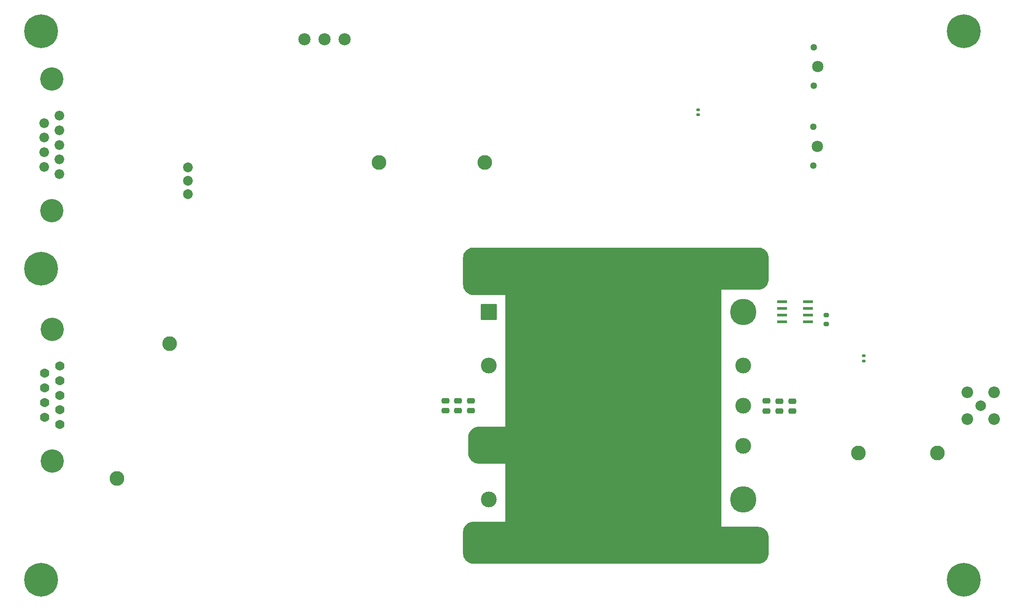
<source format=gbr>
%TF.GenerationSoftware,KiCad,Pcbnew,9.0.3*%
%TF.CreationDate,2025-09-16T13:25:35-04:00*%
%TF.ProjectId,CAEN_NEVIS_DAQ_3p3V,4341454e-5f4e-4455-9649-535f4441515f,rev?*%
%TF.SameCoordinates,Original*%
%TF.FileFunction,Soldermask,Bot*%
%TF.FilePolarity,Negative*%
%FSLAX46Y46*%
G04 Gerber Fmt 4.6, Leading zero omitted, Abs format (unit mm)*
G04 Created by KiCad (PCBNEW 9.0.3) date 2025-09-16 13:25:35*
%MOMM*%
%LPD*%
G01*
G04 APERTURE LIST*
G04 Aperture macros list*
%AMRoundRect*
0 Rectangle with rounded corners*
0 $1 Rounding radius*
0 $2 $3 $4 $5 $6 $7 $8 $9 X,Y pos of 4 corners*
0 Add a 4 corners polygon primitive as box body*
4,1,4,$2,$3,$4,$5,$6,$7,$8,$9,$2,$3,0*
0 Add four circle primitives for the rounded corners*
1,1,$1+$1,$2,$3*
1,1,$1+$1,$4,$5*
1,1,$1+$1,$6,$7*
1,1,$1+$1,$8,$9*
0 Add four rect primitives between the rounded corners*
20,1,$1+$1,$2,$3,$4,$5,0*
20,1,$1+$1,$4,$5,$6,$7,0*
20,1,$1+$1,$6,$7,$8,$9,0*
20,1,$1+$1,$8,$9,$2,$3,0*%
G04 Aperture macros list end*
%ADD10C,2.006600*%
%ADD11C,2.209800*%
%ADD12C,6.400000*%
%ADD13C,2.304000*%
%ADD14C,1.839000*%
%ADD15C,4.420000*%
%ADD16C,2.800000*%
%ADD17C,1.854000*%
%ADD18C,1.295400*%
%ADD19C,2.159000*%
%ADD20C,1.764000*%
%ADD21C,3.500000*%
%ADD22RoundRect,0.102000X-1.400000X-1.400000X1.400000X-1.400000X1.400000X1.400000X-1.400000X1.400000X0*%
%ADD23C,3.004000*%
%ADD24C,5.004000*%
%ADD25RoundRect,0.250000X0.475000X-0.250000X0.475000X0.250000X-0.475000X0.250000X-0.475000X-0.250000X0*%
%ADD26RoundRect,0.200000X0.275000X-0.200000X0.275000X0.200000X-0.275000X0.200000X-0.275000X-0.200000X0*%
%ADD27R,1.981200X0.558800*%
%ADD28RoundRect,0.140000X0.170000X-0.140000X0.170000X0.140000X-0.170000X0.140000X-0.170000X-0.140000X0*%
%ADD29RoundRect,0.140000X-0.170000X0.140000X-0.170000X-0.140000X0.170000X-0.140000X0.170000X0.140000X0*%
G04 APERTURE END LIST*
D10*
%TO.C,J3*%
X233167999Y-100035000D03*
D11*
X235707999Y-97495000D03*
X230627999Y-97495000D03*
X230627999Y-102575000D03*
X235707999Y-102575000D03*
%TD*%
D12*
%TO.C,H4*%
X230000000Y-133000000D03*
%TD*%
D13*
%TO.C,J1*%
X112570000Y-30510000D03*
X108760000Y-30510000D03*
X104950000Y-30510000D03*
%TD*%
D14*
%TO.C,J4*%
X58400000Y-56090000D03*
X58400000Y-53320000D03*
X58400000Y-50550000D03*
X58400000Y-47780000D03*
X58400000Y-45010000D03*
X55560000Y-54705000D03*
X55560000Y-51935000D03*
X55560000Y-49165000D03*
X55560000Y-46395000D03*
D15*
X56980000Y-38050000D03*
X56980000Y-63050000D03*
%TD*%
D12*
%TO.C,H3*%
X230000000Y-29000000D03*
%TD*%
D16*
%TO.C,3.3V_RTN1*%
X210000000Y-109000000D03*
%TD*%
D12*
%TO.C,H1*%
X55000000Y-29000000D03*
%TD*%
%TO.C,H2*%
X55000000Y-133000000D03*
%TD*%
D17*
%TO.C,J5*%
X82850000Y-59910000D03*
X82850000Y-57370000D03*
X82850000Y-54830000D03*
%TD*%
D18*
%TO.C,P1*%
X201490000Y-31990000D03*
X201490000Y-39310000D03*
D19*
X202250000Y-35660000D03*
%TD*%
D20*
%TO.C,J2*%
X58480000Y-92490000D03*
X58480000Y-95260000D03*
X58480000Y-98030000D03*
X58480000Y-100800000D03*
X58480000Y-103570000D03*
X55640000Y-93875000D03*
X55640000Y-96645000D03*
X55640000Y-99415000D03*
X55640000Y-102185000D03*
D15*
X57060000Y-85530000D03*
X57060000Y-110530000D03*
%TD*%
D16*
%TO.C,TELEM_PWR1*%
X139140000Y-53870000D03*
%TD*%
D18*
%TO.C,P2*%
X201450000Y-47120000D03*
X201450000Y-54440000D03*
D19*
X202210000Y-50790000D03*
%TD*%
D16*
%TO.C,3.3V1*%
X225000000Y-109000000D03*
%TD*%
%TO.C,Secondary_RTN1*%
X79340000Y-88210000D03*
%TD*%
%TO.C,Secondary_PWR1*%
X69340000Y-113850000D03*
%TD*%
%TO.C,TELEM_RTN1*%
X119060000Y-53890000D03*
%TD*%
D21*
%TO.C,U1*%
X139890000Y-74635000D03*
X139890000Y-125435000D03*
X188140000Y-74635000D03*
X188140000Y-125435000D03*
D22*
X139890000Y-82255000D03*
D23*
X139890000Y-92415000D03*
X139890000Y-107655000D03*
X139890000Y-117815000D03*
D24*
X188140000Y-117815000D03*
D23*
X188140000Y-107655000D03*
X188140000Y-100035000D03*
X188140000Y-92415000D03*
D24*
X188140000Y-82255000D03*
%TD*%
D12*
%TO.C,H5*%
X55000000Y-74000000D03*
%TD*%
D25*
%TO.C,C10*%
X197495000Y-101065000D03*
X197495000Y-99165000D03*
%TD*%
%TO.C,C9*%
X192545000Y-101005000D03*
X192545000Y-99105000D03*
%TD*%
%TO.C,C6*%
X134080000Y-100975000D03*
X134080000Y-99075000D03*
%TD*%
%TO.C,C4*%
X131670000Y-100975000D03*
X131670000Y-99075000D03*
%TD*%
D26*
%TO.C,R24*%
X203895000Y-84500000D03*
X203895000Y-82850000D03*
%TD*%
D25*
%TO.C,C7*%
X136480000Y-100985000D03*
X136480000Y-99085000D03*
%TD*%
D27*
%TO.C,U5*%
X200423800Y-80315000D03*
X200423800Y-81585000D03*
X200423800Y-82855000D03*
X200423800Y-84125000D03*
X195496200Y-84125000D03*
X195496200Y-82855000D03*
X195496200Y-81585000D03*
X195496200Y-80315000D03*
%TD*%
D25*
%TO.C,C8*%
X194965000Y-101065000D03*
X194965000Y-99165000D03*
%TD*%
D28*
%TO.C,C17*%
X179600000Y-44850000D03*
X179600000Y-43890000D03*
%TD*%
D29*
%TO.C,C12*%
X211032500Y-90557500D03*
X211032500Y-91517500D03*
%TD*%
G36*
X191004418Y-70000316D02*
G01*
X191275785Y-70019724D01*
X191293297Y-70022242D01*
X191554794Y-70079127D01*
X191571770Y-70084111D01*
X191822524Y-70177638D01*
X191838617Y-70184988D01*
X192073496Y-70313241D01*
X192088380Y-70322806D01*
X192302624Y-70483188D01*
X192315994Y-70494774D01*
X192505225Y-70684005D01*
X192516811Y-70697375D01*
X192677193Y-70911619D01*
X192686758Y-70926503D01*
X192815011Y-71161382D01*
X192822361Y-71177475D01*
X192915888Y-71428229D01*
X192920872Y-71445205D01*
X192977757Y-71706702D01*
X192980275Y-71724214D01*
X192999684Y-71995581D01*
X193000000Y-72004427D01*
X193000000Y-75995572D01*
X192999684Y-76004418D01*
X192980275Y-76275785D01*
X192977757Y-76293297D01*
X192920872Y-76554794D01*
X192915888Y-76571770D01*
X192822361Y-76822524D01*
X192815011Y-76838617D01*
X192686758Y-77073496D01*
X192677193Y-77088380D01*
X192516811Y-77302624D01*
X192505225Y-77315994D01*
X192315994Y-77505225D01*
X192302624Y-77516811D01*
X192088380Y-77677193D01*
X192073496Y-77686758D01*
X191838617Y-77815011D01*
X191822524Y-77822361D01*
X191571770Y-77915888D01*
X191554794Y-77920872D01*
X191293297Y-77977757D01*
X191275785Y-77980275D01*
X191004418Y-77999684D01*
X190995572Y-78000000D01*
X184000000Y-78000000D01*
X184000000Y-123000000D01*
X190995572Y-123000000D01*
X191004418Y-123000316D01*
X191275785Y-123019724D01*
X191293297Y-123022242D01*
X191554794Y-123079127D01*
X191571770Y-123084111D01*
X191822524Y-123177638D01*
X191838617Y-123184988D01*
X192073496Y-123313241D01*
X192088380Y-123322806D01*
X192302624Y-123483188D01*
X192315994Y-123494774D01*
X192505225Y-123684005D01*
X192516811Y-123697375D01*
X192677193Y-123911619D01*
X192686758Y-123926503D01*
X192815011Y-124161382D01*
X192822361Y-124177475D01*
X192915888Y-124428229D01*
X192920872Y-124445205D01*
X192977757Y-124706702D01*
X192980275Y-124724214D01*
X192999684Y-124995581D01*
X193000000Y-125004427D01*
X193000000Y-127995572D01*
X192999684Y-128004418D01*
X192980275Y-128275785D01*
X192977757Y-128293297D01*
X192920872Y-128554794D01*
X192915888Y-128571770D01*
X192822361Y-128822524D01*
X192815011Y-128838617D01*
X192686758Y-129073496D01*
X192677193Y-129088380D01*
X192516811Y-129302624D01*
X192505225Y-129315994D01*
X192315994Y-129505225D01*
X192302624Y-129516811D01*
X192088380Y-129677193D01*
X192073496Y-129686758D01*
X191838617Y-129815011D01*
X191822524Y-129822361D01*
X191571770Y-129915888D01*
X191554794Y-129920872D01*
X191293297Y-129977757D01*
X191275785Y-129980275D01*
X191004418Y-129999684D01*
X190995572Y-130000000D01*
X137004428Y-130000000D01*
X136995582Y-129999684D01*
X136724214Y-129980275D01*
X136706702Y-129977757D01*
X136445205Y-129920872D01*
X136428229Y-129915888D01*
X136177475Y-129822361D01*
X136161382Y-129815011D01*
X135926503Y-129686758D01*
X135911619Y-129677193D01*
X135697375Y-129516811D01*
X135684005Y-129505225D01*
X135494774Y-129315994D01*
X135483188Y-129302624D01*
X135322806Y-129088380D01*
X135313241Y-129073496D01*
X135184988Y-128838617D01*
X135177638Y-128822524D01*
X135084111Y-128571770D01*
X135079127Y-128554794D01*
X135022242Y-128293297D01*
X135019724Y-128275785D01*
X135000316Y-128004418D01*
X135000000Y-127995572D01*
X135000000Y-124004427D01*
X135000316Y-123995581D01*
X135019724Y-123724214D01*
X135022242Y-123706702D01*
X135079127Y-123445205D01*
X135084111Y-123428229D01*
X135177638Y-123177475D01*
X135184988Y-123161382D01*
X135313241Y-122926503D01*
X135322806Y-122911619D01*
X135483188Y-122697375D01*
X135494774Y-122684005D01*
X135684005Y-122494774D01*
X135697375Y-122483188D01*
X135911619Y-122322806D01*
X135926503Y-122313241D01*
X136161382Y-122184988D01*
X136177475Y-122177638D01*
X136428229Y-122084111D01*
X136445205Y-122079127D01*
X136706702Y-122022242D01*
X136724214Y-122019724D01*
X136995582Y-122000316D01*
X137004428Y-122000000D01*
X143000000Y-122000000D01*
X143000000Y-111000000D01*
X138004428Y-111000000D01*
X137995582Y-110999684D01*
X137724214Y-110980275D01*
X137706702Y-110977757D01*
X137445205Y-110920872D01*
X137428229Y-110915888D01*
X137177475Y-110822361D01*
X137161382Y-110815011D01*
X136926503Y-110686758D01*
X136911619Y-110677193D01*
X136697375Y-110516811D01*
X136684005Y-110505225D01*
X136494774Y-110315994D01*
X136483188Y-110302624D01*
X136322806Y-110088380D01*
X136313241Y-110073496D01*
X136184988Y-109838617D01*
X136177638Y-109822524D01*
X136084111Y-109571770D01*
X136079127Y-109554794D01*
X136022242Y-109293297D01*
X136019724Y-109275785D01*
X136000316Y-109004418D01*
X136000000Y-108995572D01*
X136000000Y-106004427D01*
X136000316Y-105995581D01*
X136019724Y-105724214D01*
X136022242Y-105706702D01*
X136079127Y-105445205D01*
X136084111Y-105428229D01*
X136177638Y-105177475D01*
X136184988Y-105161382D01*
X136313241Y-104926503D01*
X136322806Y-104911619D01*
X136483188Y-104697375D01*
X136494774Y-104684005D01*
X136684005Y-104494774D01*
X136697375Y-104483188D01*
X136911619Y-104322806D01*
X136926503Y-104313241D01*
X137161382Y-104184988D01*
X137177475Y-104177638D01*
X137428229Y-104084111D01*
X137445205Y-104079127D01*
X137706702Y-104022242D01*
X137724214Y-104019724D01*
X137995582Y-104000316D01*
X138004428Y-104000000D01*
X143000000Y-104000000D01*
X143000000Y-79000000D01*
X137004428Y-79000000D01*
X136995582Y-78999684D01*
X136724214Y-78980275D01*
X136706702Y-78977757D01*
X136445205Y-78920872D01*
X136428229Y-78915888D01*
X136177475Y-78822361D01*
X136161382Y-78815011D01*
X135926503Y-78686758D01*
X135911619Y-78677193D01*
X135697375Y-78516811D01*
X135684005Y-78505225D01*
X135494774Y-78315994D01*
X135483188Y-78302624D01*
X135322806Y-78088380D01*
X135313241Y-78073496D01*
X135184988Y-77838617D01*
X135177638Y-77822524D01*
X135084111Y-77571770D01*
X135079127Y-77554794D01*
X135022242Y-77293297D01*
X135019724Y-77275785D01*
X135000316Y-77004418D01*
X135000000Y-76995572D01*
X135000000Y-72004427D01*
X135000316Y-71995581D01*
X135019724Y-71724214D01*
X135022242Y-71706702D01*
X135079127Y-71445205D01*
X135084111Y-71428229D01*
X135177638Y-71177475D01*
X135184988Y-71161382D01*
X135313241Y-70926503D01*
X135322806Y-70911619D01*
X135483188Y-70697375D01*
X135494774Y-70684005D01*
X135684005Y-70494774D01*
X135697375Y-70483188D01*
X135911619Y-70322806D01*
X135926503Y-70313241D01*
X136161382Y-70184988D01*
X136177475Y-70177638D01*
X136428229Y-70084111D01*
X136445205Y-70079127D01*
X136706702Y-70022242D01*
X136724214Y-70019724D01*
X136995582Y-70000316D01*
X137004428Y-70000000D01*
X190995572Y-70000000D01*
X191004418Y-70000316D01*
G37*
M02*

</source>
